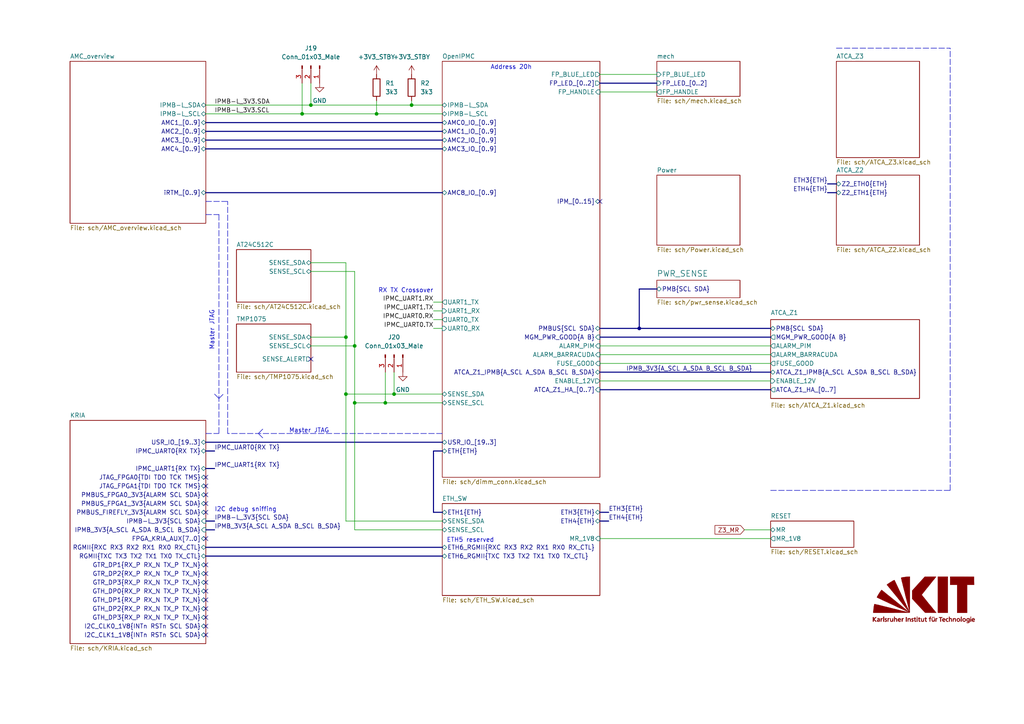
<source format=kicad_sch>
(kicad_sch (version 20211123) (generator eeschema)
  (paper "A4")
  (title_block (title "ATCA Template") (date "2023-01-05") (rev "1.0") (company "Karlsruhe Institute of Technology (KIT)") (comment 1 "Carsten Schmerbeck") (comment 2 "Luis Ardila") (comment 4 "Licensed under CERN-OHL-P v2"))
  (lib_symbols
    (symbol "Connector:Conn_01x03_Male" (pin_names (offset 1.016) hide)
      (property "Reference" "J" (at 0 5.08 0))
      (property "Value" "Conn_01x03_Male" (at 0 -5.08 0))
      (symbol "Conn_01x03_Male_1_1"
        (pin passive line (at 5.08 2.54 180) (length 3.81) (name "Pin_1") (number "1"))
        (pin passive line (at 5.08 0 180) (length 3.81) (name "Pin_2") (number "2"))
        (pin passive line (at 5.08 -2.54 180) (length 3.81) (name "Pin_3") (number "3"))
      )
    )
    (symbol "Device:R" (pin_numbers hide) (pin_names (offset 0))
      (property "Reference" "R" (at 2.032 0 90))
      (property "Value" "R" (at 0 0 90))
      (symbol "R_1_1"
        (pin passive line (at 0 3.81 270) (length 1.27) (name "~") (number "1"))
        (pin passive line (at 0 -3.81 90) (length 1.27) (name "~") (number "2"))
      )
    )
    (symbol "KIT_Graphic:KIT_LOGO" (pin_names (offset 1.016)))
    (symbol "KIT_Power:+3V3_STBY" (power) (pin_names (offset 0))
      (property "Value" "+3V3_STBY" (at 0 3.556 0))
      (symbol "+3V3_STBY_1_1"
        (pin power_in line (at 0 0 90) (length 0) hide (name "+3V3_STBY") (number "1"))
      )
    )
    (symbol "power:GND" (power) (pin_names (offset 0))
      (property "Value" "GND" (at 0 -3.81 0))
      (symbol "GND_1_1"
        (pin power_in line (at 0 0 270) (length 0) hide (name "GND") (number "1"))
      )
    )
  )
  (junction (at 119.38 30.48))
  (junction (at 102.87 116.84))
  (junction (at 102.87 100.33))
  (junction (at 100.33 114.3))
  (junction (at 109.22 33.02))
  (junction (at 90.17 30.48))
  (junction (at 87.63 33.02))
  (junction (at 114.3 114.3))
  (junction (at 100.33 97.79))
  (junction (at 185.42 95.25))
  (junction (at 111.76 116.84))
  (no_connect (at 59.69 148.59))
  (no_connect (at 59.69 143.51))
  (no_connect (at 59.69 146.05))
  (no_connect (at 59.69 163.83))
  (no_connect (at 173.99 58.42))
  (no_connect (at 90.17 104.14))
  (no_connect (at 59.69 138.43))
  (no_connect (at 59.69 171.45))
  (no_connect (at 59.69 173.99))
  (no_connect (at 59.69 179.07))
  (no_connect (at 59.69 176.53))
  (no_connect (at 59.69 168.91))
  (no_connect (at 59.69 166.37))
  (no_connect (at 59.69 156.21))
  (no_connect (at 59.69 140.97))
  (no_connect (at 59.69 184.15))
  (no_connect (at 59.69 181.61))
  (bus (pts (xy 185.42 83.82) (xy 185.42 95.25)))
  (polyline (pts (xy 76.2 124.46) (xy 74.93 125.73)))
  (wire (pts (xy 109.22 33.02) (xy 128.27 33.02)))
  (wire (pts (xy 128.27 92.71) (xy 125.73 92.71)))
  (wire (pts (xy 100.33 114.3) (xy 114.3 114.3)))
  (polyline (pts (xy 63.5 62.23) (xy 63.5 125.73)))
  (bus (pts (xy 173.99 148.59) (xy 176.53 148.59)))
  (bus (pts (xy 173.99 97.79) (xy 223.52 97.79)))
  (polyline (pts (xy 128.27 125.73) (xy 66.04 125.73)))
  (wire (pts (xy 125.73 87.63) (xy 128.27 87.63)))
  (bus (pts (xy 125.73 130.81) (xy 125.73 148.59)))
  (bus (pts (xy 240.03 53.34) (xy 242.57 53.34)))
  (bus (pts (xy 173.99 151.13) (xy 176.53 151.13)))
  (polyline (pts (xy 275.59 142.24) (xy 275.59 13.97)))
  (wire (pts (xy 102.87 116.84) (xy 111.76 116.84)))
  (polyline (pts (xy 223.52 142.24) (xy 275.59 142.24)))
  (bus (pts (xy 59.69 161.29) (xy 128.27 161.29)))
  (bus (pts (xy 185.42 95.25) (xy 223.52 95.25)))
  (bus (pts (xy 185.42 83.82) (xy 190.5 83.82)))
  (bus (pts (xy 125.73 130.81) (xy 128.27 130.81)))
  (bus (pts (xy 128.27 148.59) (xy 125.73 148.59)))
  (wire (pts (xy 100.33 114.3) (xy 100.33 151.13)))
  (wire (pts (xy 102.87 100.33) (xy 102.87 78.74)))
  (bus (pts (xy 59.69 151.13) (xy 62.23 151.13)))
  (wire (pts (xy 173.99 26.67) (xy 190.5 26.67)))
  (polyline (pts (xy 76.2 127) (xy 74.93 125.73)))
  (wire (pts (xy 114.3 114.3) (xy 128.27 114.3)))
  (polyline (pts (xy 59.69 125.73) (xy 63.5 125.73)))
  (bus (pts (xy 59.69 135.89) (xy 62.23 135.89)))
  (wire (pts (xy 173.99 100.33) (xy 223.52 100.33)))
  (bus (pts (xy 173.99 24.13) (xy 190.5 24.13)))
  (wire (pts (xy 111.76 107.95) (xy 111.76 116.84)))
  (wire (pts (xy 111.76 116.84) (xy 128.27 116.84)))
  (wire (pts (xy 59.69 30.48) (xy 90.17 30.48)))
  (bus (pts (xy 59.69 128.27) (xy 128.27 128.27)))
  (wire (pts (xy 173.99 110.49) (xy 223.52 110.49)))
  (polyline (pts (xy 62.23 114.3) (xy 63.5 115.57)))
  (polyline (pts (xy 66.04 125.73) (xy 66.04 58.42)))
  (wire (pts (xy 87.63 33.02) (xy 109.22 33.02)))
  (wire (pts (xy 173.99 102.87) (xy 223.52 102.87)))
  (bus (pts (xy 173.99 95.25) (xy 185.42 95.25)))
  (wire (pts (xy 100.33 97.79) (xy 100.33 76.2)))
  (polyline (pts (xy 63.5 115.57) (xy 64.77 114.3)))
  (wire (pts (xy 87.63 24.13) (xy 87.63 33.02)))
  (bus (pts (xy 173.99 113.03) (xy 223.52 113.03)))
  (wire (pts (xy 173.99 156.21) (xy 223.52 156.21)))
  (wire (pts (xy 102.87 100.33) (xy 102.87 116.84)))
  (bus (pts (xy 240.03 55.88) (xy 242.57 55.88)))
  (wire (pts (xy 90.17 78.74) (xy 102.87 78.74)))
  (wire (pts (xy 109.22 29.21) (xy 109.22 33.02)))
  (wire (pts (xy 102.87 116.84) (xy 102.87 153.67)))
  (bus (pts (xy 59.69 55.88) (xy 128.27 55.88)))
  (wire (pts (xy 119.38 30.48) (xy 128.27 30.48)))
  (wire (pts (xy 128.27 151.13) (xy 100.33 151.13)))
  (bus (pts (xy 59.69 43.18) (xy 128.27 43.18)))
  (wire (pts (xy 215.9 153.67) (xy 223.52 153.67)))
  (wire (pts (xy 90.17 76.2) (xy 100.33 76.2)))
  (wire (pts (xy 114.3 107.95) (xy 114.3 114.3)))
  (bus (pts (xy 59.69 158.75) (xy 128.27 158.75)))
  (bus (pts (xy 59.69 130.81) (xy 62.23 130.81)))
  (wire (pts (xy 173.99 105.41) (xy 223.52 105.41)))
  (bus (pts (xy 59.69 40.64) (xy 128.27 40.64)))
  (wire (pts (xy 119.38 29.21) (xy 119.38 30.48)))
  (wire (pts (xy 90.17 100.33) (xy 102.87 100.33)))
  (wire (pts (xy 90.17 30.48) (xy 119.38 30.48)))
  (wire (pts (xy 59.69 33.02) (xy 87.63 33.02)))
  (polyline (pts (xy 59.69 58.42) (xy 66.04 58.42)))
  (wire (pts (xy 128.27 153.67) (xy 102.87 153.67)))
  (wire (pts (xy 173.99 21.59) (xy 190.5 21.59)))
  (bus (pts (xy 59.69 35.56) (xy 128.27 35.56)))
  (wire (pts (xy 90.17 24.13) (xy 90.17 30.48)))
  (polyline (pts (xy 59.69 62.23) (xy 63.5 62.23)))
  (polyline (pts (xy 242.57 13.97) (xy 275.59 13.97)))
  (bus (pts (xy 59.69 38.1) (xy 128.27 38.1)))
  (wire (pts (xy 100.33 97.79) (xy 100.33 114.3)))
  (wire (pts (xy 125.73 90.17) (xy 128.27 90.17)))
  (bus (pts (xy 173.99 107.95) (xy 223.52 107.95)))
  (wire (pts (xy 125.73 95.25) (xy 128.27 95.25)))
  (wire (pts (xy 90.17 97.79) (xy 100.33 97.79)))
  (bus (pts (xy 59.69 153.67) (xy 62.23 153.67)))
  (text "ETH5 reserved" (at 129.54 157.48 0) (effects (font (size 1.27 1.27)) (justify left bottom)))
  (text "I2C debug sniffing" (at 62.23 148.59 0) (effects (font (size 1.27 1.27)) (justify left bottom)))
  (text "Master JTAG" (at 62.23 101.6 90) (effects (font (size 1.27 1.27)) (justify left bottom)))
  (text "Master JTAG" (at 83.82 125.73 0) (effects (font (size 1.27 1.27)) (justify left bottom)))
  (text "RX TX Crossover" (at 125.73 85.09 180) (effects (font (size 1.27 1.27)) (justify right bottom)))
  (text "Address 20h" (at 142.24 20.32 0) (effects (font (size 1.27 1.27)) (justify left bottom)))
  (label "IPMC_UART0{RX TX}" (at 62.23 130.81 0))
  (label "IPMC_UART1.TX" (at 125.73 90.17 180))
  (label "ETH4{ETH}" (at 176.53 151.13 0))
  (label "IPMB-L_3V3.SCL" (at 62.23 33.02 0))
  (label "IPMB_3V3{A_SCL A_SDA B_SCL B_SDA}" (at 181.61 107.95 0))
  (label "IPMB_3V3{A_SCL A_SDA B_SCL B_SDA}" (at 62.23 153.67 0))
  (label "IPMB-L_3V3{SCL SDA}" (at 62.23 151.13 0))
  (label "IPMC_UART1{RX TX}" (at 62.23 135.89 0))
  (label "ETH4{ETH}" (at 240.03 55.88 180))
  (label "ETH3{ETH}" (at 176.53 148.59 0))
  (label "IPMC_UART0.RX" (at 125.73 92.71 180))
  (label "IPMB-L_3V3.SDA" (at 62.23 30.48 0))
  (label "ETH3{ETH}" (at 240.03 53.34 180))
  (label "IPMC_UART0.TX" (at 125.73 95.25 180))
  (label "IPMC_UART1.RX" (at 125.73 87.63 180))
  (global_label "Z3_MR" (shape input) (at 215.9 153.67 180) (property "Intersheet References" "${INTERSHEET_REFS}" (effects hide)))
  (symbol (lib_id "Device:R") (at 119.38 25.4 0) (unit 1)
    (property "Reference" "R2" (at 121.92 24.1299 0) (effects (justify left)))
    (property "Value" "3k3" (at 121.92 26.6699 0) (effects (justify left)))
    (property "Footprint" "Resistor_SMD:R_0402_1005Metric" (effects hide))
    (property "digikey#" "A129633CT-ND" (effects hide))
    (property "manf" "TE" (effects hide))
    (property "manf#" "CRGCQ0402F3K3" (effects hide))
    (property "stock" "AVT-IPE" (effects hide))
  )
  (symbol (lib_id "Device:R") (at 109.22 25.4 0) (unit 1)
    (property "Reference" "R1" (at 111.76 24.1299 0) (effects (justify left)))
    (property "Value" "3k3" (at 111.76 26.6699 0) (effects (justify left)))
    (property "Footprint" "Resistor_SMD:R_0402_1005Metric" (effects hide))
    (property "digikey#" "A129633CT-ND" (effects hide))
    (property "manf" "TE" (effects hide))
    (property "manf#" "CRGCQ0402F3K3" (effects hide))
    (property "stock" "AVT-IPE" (effects hide))
  )
  (symbol (lib_id "Connector:Conn_01x03_Male") (at 114.3 102.87 270) (unit 1)
    (property "Reference" "J20" (at 114.3 97.79 90))
    (property "Value" "Conn_01x03_Male" (at 114.3 100.33 90))
    (property "Footprint" "Connector_PinHeader_2.54mm:PinHeader_1x03_P2.54mm_Vertical" (effects hide))
  )
  (symbol (lib_id "power:GND") (at 116.84 107.95 0) (unit 1)
    (property "Reference" "#PWR09" (effects hide))
    (property "Value" "GND" (at 116.84 113.03 0))
  )
  (symbol (lib_id "KIT_Power:+3V3_STBY") (at 119.38 21.59 0) (unit 1)
    (property "Reference" "#PWR0146" (effects hide))
    (property "Value" "+3V3_STBY" (at 119.38 16.51 0))
  )
  (symbol (lib_id "Connector:Conn_01x03_Male") (at 90.17 19.05 270) (unit 1)
    (property "Reference" "J19" (at 90.17 13.97 90))
    (property "Value" "Conn_01x03_Male" (at 90.17 16.51 90))
    (property "Footprint" "Connector_PinHeader_2.54mm:PinHeader_1x03_P2.54mm_Vertical" (effects hide))
  )
  (symbol (lib_id "KIT_Power:+3V3_STBY") (at 109.22 21.59 0) (unit 1)
    (property "Reference" "#PWR0324" (effects hide))
    (property "Value" "+3V3_STBY" (at 109.22 16.51 0))
  )
  (symbol (lib_id "power:GND") (at 92.71 24.13 0) (unit 1)
    (property "Reference" "#PWR04" (effects hide))
    (property "Value" "GND" (at 92.71 29.21 0))
  )
  (symbol (lib_id "KIT_Graphic:KIT_LOGO") (at 267.97 173.99 0) (unit 1)
    (property "Reference" "G1" (effects hide))
    (property "Value" "KIT_LOGO" (effects hide))
    (property "Footprint" "KIT_Graphic:KIT_LOGO" (effects hide))
  )
  (sheet (at 20.32 17.78) (size 39.37 46.99) (stroke (width 0.1524))
    (property "Sheet name" "AMC_overview" (at 20.32 17.0684 0) (effects (justify left bottom)))
    (property "Sheet file" "sch/AMC_overview.kicad_sch" (at 20.32 65.3546 0) (effects (justify left top)))
    (pin "AMC1_[0..9]" bidirectional (at 59.69 35.56 0))
    (pin "IPMB-L_SCL" bidirectional (at 59.69 33.02 0))
    (pin "IPMB-L_SDA" bidirectional (at 59.69 30.48 0))
    (pin "AMC2_[0..9]" bidirectional (at 59.69 38.1 0))
    (pin "iRTM_[0..9]" bidirectional (at 59.69 55.88 0))
    (pin "AMC3_[0..9]" bidirectional (at 59.69 40.64 0))
    (pin "AMC4_[0..9]" bidirectional (at 59.69 43.18 0))
  )
  (sheet (at 68.58 72.39) (size 21.59 15.24) (stroke (width 0.1524))
    (property "Sheet name" "AT24C512C" (at 68.58 71.6784 0) (effects (justify left bottom)))
    (property "Sheet file" "sch/AT24C512C.kicad_sch" (at 68.58 88.2146 0) (effects (justify left top)))
    (pin "SENSE_SDA" bidirectional (at 90.17 76.2 0))
    (pin "SENSE_SCL" bidirectional (at 90.17 78.74 0))
  )
  (sheet (at 68.58 93.98) (size 21.59 13.97) (stroke (width 0.1524))
    (property "Sheet name" "TMP1075" (at 68.58 93.2684 0) (effects (justify left bottom)))
    (property "Sheet file" "sch/TMP1075.kicad_sch" (at 68.58 108.5346 0) (effects (justify left top)))
    (pin "SENSE_SCL" bidirectional (at 90.17 100.33 0))
    (pin "SENSE_ALERT" output (at 90.17 104.14 0))
    (pin "SENSE_SDA" bidirectional (at 90.17 97.79 0))
  )
  (sheet (at 223.52 151.13) (size 24.13 7.62) (stroke (width 0.1524))
    (property "Sheet name" "RESET" (at 223.52 150.4184 0) (effects (justify left bottom)))
    (property "Sheet file" "sch/RESET.kicad_sch" (at 223.52 159.3346 0) (effects (justify left top)))
    (pin "MR_1V8" output (at 223.52 156.21 180))
    (pin "MR" bidirectional (at 223.52 153.67 180))
  )
  (sheet (at 223.52 92.71) (size 43.18 22.86) (stroke (width 0.1524))
    (property "Sheet name" "ATCA_Z1" (at 223.52 91.44 0) (effects (justify left bottom)))
    (property "Sheet file" "sch/ATCA_Z1.kicad_sch" (at 223.52 116.84 0) (effects (justify left top)))
    (pin "FUSE_GOOD" output (at 223.52 105.41 180))
    (pin "MGM_PWR_GOOD{A B}" output (at 223.52 97.79 180))
    (pin "ATCA_Z1_IPMB{A_SCL A_SDA B_SCL B_SDA}" bidirectional (at 223.52 107.95 180))
    (pin "PMB{SCL SDA}" bidirectional (at 223.52 95.25 180))
    (pin "ALARM_PIM" output (at 223.52 100.33 180))
    (pin "ALARM_BARRACUDA" output (at 223.52 102.87 180))
    (pin "ENABLE_12V" input (at 223.52 110.49 180))
    (pin "ATCA_Z1_HA_[0..7]" output (at 223.52 113.03 180))
  )
  (sheet (at 242.57 17.78) (size 24.13 27.94) (stroke (width 0.1524))
    (property "Sheet name" "ATCA_Z3" (at 242.57 17.0684 0) (effects (justify left bottom)))
    (property "Sheet file" "sch/ATCA_Z3.kicad_sch" (at 242.57 46.3046 0) (effects (justify left top)))
  )
  (sheet (at 128.27 17.78) (size 45.72 120.65) (stroke (width 0.1524))
    (property "Sheet name" "OpenIPMC" (at 128.27 17.0684 0) (effects (justify left bottom)))
    (property "Sheet file" "sch/dimm_conn.kicad_sch" (at 128.27 139.0146 0) (effects (justify left top)))
    (pin "FP_HANDLE" input (at 173.99 26.67 0))
    (pin "FP_BLUE_LED" output (at 173.99 21.59 0))
    (pin "FP_LED_[0..2]" output (at 173.99 24.13 0))
    (pin "ATCA_Z1_HA_[0..7]" input (at 173.99 113.03 0))
    (pin "UART0_RX" input (at 128.27 95.25 180))
    (pin "IPM_[0..15]" bidirectional (at 173.99 58.42 0))
    (pin "UART0_TX" output (at 128.27 92.71 180))
    (pin "SENSE_SCL" bidirectional (at 128.27 116.84 180))
    (pin "SENSE_SDA" bidirectional (at 128.27 114.3 180))
    (pin "IPMB-L_SCL" bidirectional (at 128.27 33.02 180))
    (pin "IPMB-L_SDA" bidirectional (at 128.27 30.48 180))
    (pin "AMC8_IO_[0..9]" bidirectional (at 128.27 55.88 180))
    (pin "AMC2_IO_[0..9]" bidirectional (at 128.27 40.64 180))
    (pin "AMC0_IO_[0..9]" bidirectional (at 128.27 35.56 180))
    (pin "AMC3_IO_[0..9]" bidirectional (at 128.27 43.18 180))
    (pin "AMC1_IO_[0..9]" bidirectional (at 128.27 38.1 180))
    (pin "UART1_TX" output (at 128.27 87.63 180))
    (pin "UART1_RX" input (at 128.27 90.17 180))
    (pin "ETH{ETH}" bidirectional (at 128.27 130.81 180))
    (pin "MGM_PWR_GOOD{A B}" input (at 173.99 97.79 0))
    (pin "ATCA_Z1_IPMB{A_SCL A_SDA B_SCL B_SDA}" bidirectional (at 173.99 107.95 0))
    (pin "PMBUS{SCL SDA}" bidirectional (at 173.99 95.25 0))
    (pin "ALARM_PIM" input (at 173.99 100.33 0))
    (pin "ALARM_BARRACUDA" input (at 173.99 102.87 0))
    (pin "ENABLE_12V" output (at 173.99 110.49 0))
    (pin "FUSE_GOOD" input (at 173.99 105.41 0))
    (pin "USR_IO_[19..3]" bidirectional (at 128.27 128.27 180))
  )
  (sheet (at 190.5 50.8) (size 24.13 20.32)
    (property "Sheet name" "Power" (at 190.5 50.0884 0) (effects (justify left bottom)))
    (property "Sheet file" "sch/Power.kicad_sch" (at 190.5 71.7046 0) (effects (justify left top)))
  )
  (sheet (at 128.27 146.05) (size 45.72 26.67) (stroke (width 0.1524))
    (property "Sheet name" "ETH_SW" (at 128.27 145.3384 0) (effects (justify left bottom)))
    (property "Sheet file" "sch/ETH_SW.kicad_sch" (at 128.27 173.3046 0) (effects (justify left top)))
    (pin "ETH6_RGMII{TXC TX3 TX2 TX1 TX0 TX_CTL}" bidirectional (at 128.27 161.29 180))
    (pin "ETH6_RGMII{RXC RX3 RX2 RX1 RX0 RX_CTL}" bidirectional (at 128.27 158.75 180))
    (pin "ETH1{ETH}" bidirectional (at 128.27 148.59 180))
    (pin "ETH4{ETH}" bidirectional (at 173.99 151.13 0))
    (pin "ETH3{ETH}" bidirectional (at 173.99 148.59 0))
    (pin "SENSE_SDA" bidirectional (at 128.27 151.13 180))
    (pin "SENSE_SCL" bidirectional (at 128.27 153.67 180))
    (pin "MR_1V8" input (at 173.99 156.21 0))
  )
  (sheet (at 242.57 50.8) (size 24.13 20.32) (stroke (width 0.1524))
    (property "Sheet name" "ATCA_Z2" (at 242.57 50.0884 0) (effects (justify left bottom)))
    (property "Sheet file" "sch/ATCA_Z2.kicad_sch" (at 242.57 71.7046 0) (effects (justify left top)))
    (pin "Z2_ETH0{ETH}" bidirectional (at 242.57 53.34 180))
    (pin "Z2_ETH1{ETH}" bidirectional (at 242.57 55.88 180))
  )
  (sheet (at 190.5 81.28) (size 24.13 5.08)
    (property "Sheet name" "PWR_SENSE" (at 190.5 80.3534 0) (effects (font (size 1.7 1.7)) (justify left bottom)))
    (property "Sheet file" "sch/pwr_sense.kicad_sch" (at 190.5 86.9446 0) (effects (justify left top)))
    (pin "PMB{SCL SDA}" bidirectional (at 190.5 83.82 180))
  )
  (sheet (at 20.32 121.92) (size 39.37 64.77) (stroke (width 0.1524))
    (property "Sheet name" "KRIA" (at 20.32 121.2084 0) (effects (justify left bottom)))
    (property "Sheet file" "sch/KRIA.kicad_sch" (at 20.32 187.2746 0) (effects (justify left top)))
    (pin "IPMC_UART1{RX TX}" bidirectional (at 59.69 135.89 0))
    (pin "IPMC_UART0{RX TX}" bidirectional (at 59.69 130.81 0))
    (pin "JTAG_FPGA1{TDI TDO TCK TMS}" bidirectional (at 59.69 140.97 0))
    (pin "JTAG_FPGA0{TDI TDO TCK TMS}" bidirectional (at 59.69 138.43 0))
    (pin "PMBUS_FPGA0_3V3{ALARM SCL SDA}" bidirectional (at 59.69 143.51 0))
    (pin "PMBUS_FPGA1_3V3{ALARM SCL SDA}" bidirectional (at 59.69 146.05 0))
    (pin "PMBUS_FIREFLY_3V3{ALARM SCL SDA}" bidirectional (at 59.69 148.59 0))
    (pin "GTR_DP1{RX_P RX_N TX_P TX_N}" bidirectional (at 59.69 163.83 0))
    (pin "GTR_DP2{RX_P RX_N TX_P TX_N}" bidirectional (at 59.69 166.37 0))
    (pin "GTR_DP3{RX_P RX_N TX_P TX_N}" bidirectional (at 59.69 168.91 0))
    (pin "GTH_DP0{RX_P RX_N TX_P TX_N}" bidirectional (at 59.69 171.45 0))
    (pin "GTH_DP1{RX_P RX_N TX_P TX_N}" bidirectional (at 59.69 173.99 0))
    (pin "GTH_DP2{RX_P RX_N TX_P TX_N}" bidirectional (at 59.69 176.53 0))
    (pin "GTH_DP3{RX_P RX_N TX_P TX_N}" bidirectional (at 59.69 179.07 0))
    (pin "I2C_CLK0_1V8{INTn RSTn SCL SDA}" bidirectional (at 59.69 181.61 0))
    (pin "I2C_CLK1_1V8{INTn RSTn SCL SDA}" bidirectional (at 59.69 184.15 0))
    (pin "FPGA_KRIA_AUX[7..0]" bidirectional (at 59.69 156.21 0))
    (pin "IPMB-L_3V3{SCL SDA}" input (at 59.69 151.13 0))
    (pin "IPMB_3V3{A_SCL A_SDA B_SCL B_SDA}" input (at 59.69 153.67 0))
    (pin "RGMII{RXC RX3 RX2 RX1 RX0 RX_CTL}" bidirectional (at 59.69 158.75 0))
    (pin "RGMII{TXC TX3 TX2 TX1 TX0 TX_CTL}" bidirectional (at 59.69 161.29 0))
    (pin "USR_IO_[19..3]" bidirectional (at 59.69 128.27 0))
  )
  (sheet (at 190.5 17.78) (size 24.13 10.16) (stroke (width 0.1524))
    (property "Sheet name" "mech" (at 190.5 17.0684 0) (effects (justify left bottom)))
    (property "Sheet file" "sch/mech.kicad_sch" (at 190.5 28.5246 0) (effects (justify left top)))
    (pin "FP_BLUE_LED" input (at 190.5 21.59 180))
    (pin "FP_LED_[0..2]" input (at 190.5 24.13 180))
    (pin "FP_HANDLE" output (at 190.5 26.67 180))
  )
)
</source>
